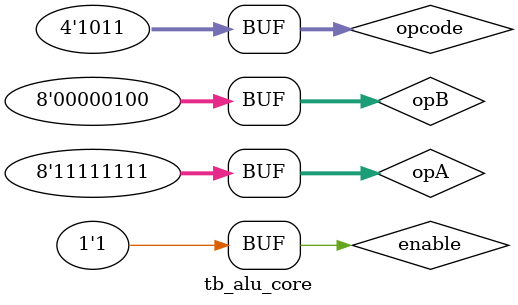
<source format=v>

`timescale 1 ns/1 ns

module tb_alu_core();
    reg enable;
    reg [3:0] opcode;
    reg [7:0] opA;
    reg [7:0] opB;
    wire [15:0] core_out;

    alu_core_iceqman mod1(enable, opcode, opA, opB, core_out);
    
    initial begin
        enable = 1'b1;
        opcode = 4'b0000;
        opA = 8'h33;
        opB = 8'hff;
        #10; // 0x3328

        opcode = 4'b0001;
        opA = 8'haa;
        opB = 8'hf0;
        #10; // 0x005f
        
        opcode = 4'b0010;
        opA = 8'haa;
        opB = 8'hf0;
        #10; // 0x0005

        opcode = 4'b0011;
        opA = 8'haa;
        opB = 8'hf0;
        #10; // 0x005a

        opcode = 4'b0100;
        opA = 8'haa;
        opB = 8'hf0;
        #10; // 0x0055

        opcode = 4'b0101;
        opA = 8'hec;
        opB = 8'h0f;
        #10; // 0xfffb

        opcode = 4'b0110;
        opA = 8'hec;
        opB = 8'he7;
        #10; // 0x0005

        opcode = 4'b0111;
        opA = 8'h7f;
        opB = 8'he7;
        #10; // 0xff81

        opcode = 4'b1000;
        opA = 8'hff;
        opB = 8'h04;
        #10; // 0xfff0

        opcode = 4'b1001;
        opA = 8'hff;
        opB = 8'h04;
        #10; // 0x000f

        opcode = 4'b1010;
        opA = 8'hff;
        opB = 8'h0f;
        #10; // 0x807f
        
        opcode = 4'b1011;
        opA = 8'hfF;
        opB = 8'h04;
        #10; // 0xf00f
    end
endmodule
</source>
